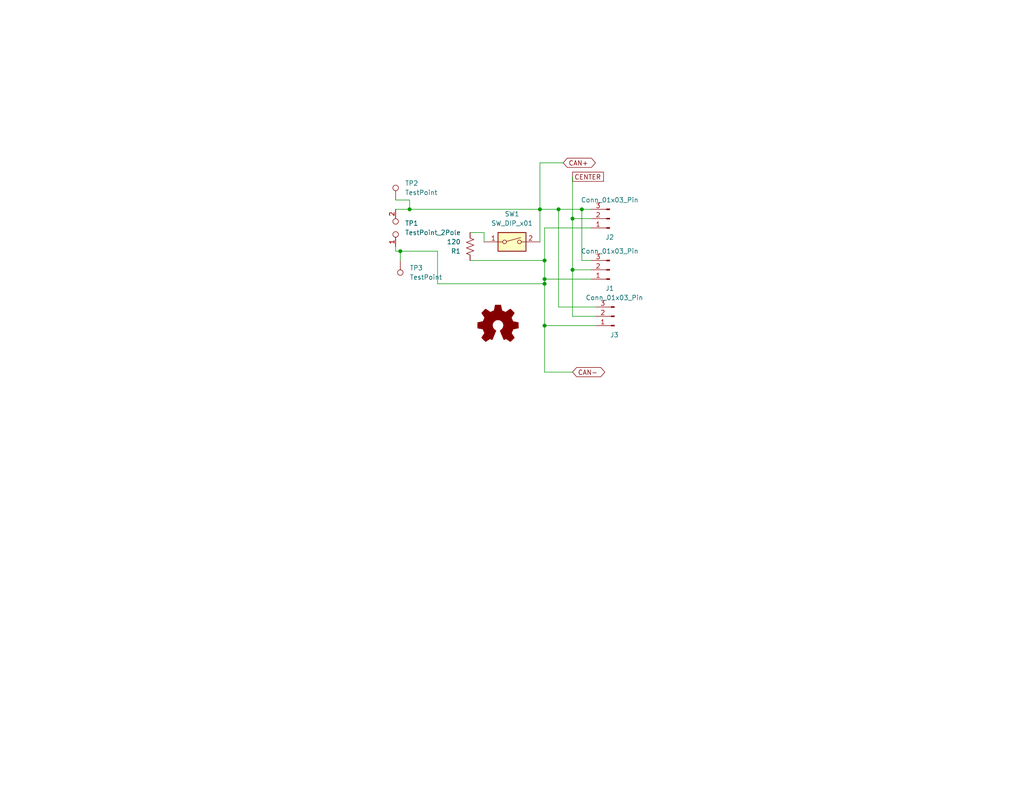
<source format=kicad_sch>
(kicad_sch (version 20231120) (generator "eeschema") (generator_version "8.0")
  (paper "USLetter")
  (title_block (title "CAN Terminator") (date "2024-11-27") (company "WM Industries"))
  (lib_symbols
    (symbol "Connector:Conn_01x03_Pin" (pin_names (offset 1.016) hide)
      (property "Reference" "J" (at 0 5.08 0))
      (property "Value" "Conn_01x03_Pin" (at 0 -5.08 0))
      (symbol "Conn_01x03_Pin_1_1"
        (polyline (pts (xy 1.27 -2.54) (xy 0.8636 -2.54)) (stroke (width 0.1524)))
        (polyline (pts (xy 1.27 0) (xy 0.8636 0)) (stroke (width 0.1524)))
        (polyline (pts (xy 1.27 2.54) (xy 0.8636 2.54)) (stroke (width 0.1524)))
        (rectangle (start 0.8636 -2.413) (end 0 -2.667) (stroke (width 0.1524)) (fill (type outline)))
        (rectangle (start 0.8636 0.127) (end 0 -0.127) (stroke (width 0.1524)) (fill (type outline)))
        (rectangle (start 0.8636 2.667) (end 0 2.413) (stroke (width 0.1524)) (fill (type outline)))
        (pin passive line (at 5.08 2.54 180) (length 3.81) (name "Pin_1") (number "1"))
        (pin passive line (at 5.08 0 180) (length 3.81) (name "Pin_2") (number "2"))
        (pin passive line (at 5.08 -2.54 180) (length 3.81) (name "Pin_3") (number "3"))
      )
    )
    (symbol "Connector:TestPoint" (pin_numbers hide) (pin_names (offset 0.762) hide)
      (property "Reference" "TP" (at 0 6.858 0))
      (property "Value" "TestPoint" (at 0 5.08 0))
      (symbol "TestPoint_0_1"
        (circle (center 0 3.302) (radius 0.762))
      )
      (symbol "TestPoint_1_1"
        (pin passive line (at 0 0 90) (length 2.54) (name "1") (number "1"))
      )
    )
    (symbol "Connector:TestPoint_2Pole" (pin_names (offset 0.762) hide)
      (property "Reference" "TP" (at 0 1.524 0))
      (property "Value" "TestPoint_2Pole" (at 0 -1.778 0))
      (symbol "TestPoint_2Pole_0_1"
        (circle (center -1.778 0) (radius 0.762))
        (circle (center 1.778 0) (radius 0.762))
        (pin passive line (at -5.08 0 0) (length 2.54) (name "1") (number "1"))
        (pin passive line (at 5.08 0 180) (length 2.54) (name "2") (number "2"))
      )
    )
    (symbol "Device:R_US" (pin_numbers hide) (pin_names (offset 0))
      (property "Reference" "R" (at 2.54 0 90))
      (property "Value" "R_US" (at -2.54 0 90))
      (symbol "R_US_0_1"
        (polyline (pts (xy 0 -2.286) (xy 0 -2.54)))
        (polyline (pts (xy 0 2.286) (xy 0 2.54)))
        (polyline (pts (xy 0 -0.762) (xy 1.016 -1.143) (xy 0 -1.524) (xy -1.016 -1.905) (xy 0 -2.286)))
        (polyline (pts (xy 0 0.762) (xy 1.016 0.381) (xy 0 0) (xy -1.016 -0.381) (xy 0 -0.762)))
        (polyline (pts (xy 0 2.286) (xy 1.016 1.905) (xy 0 1.524) (xy -1.016 1.143) (xy 0 0.762)))
      )
      (symbol "R_US_1_1"
        (pin passive line (at 0 3.81 270) (length 1.27) (name "~") (number "1"))
        (pin passive line (at 0 -3.81 90) (length 1.27) (name "~") (number "2"))
      )
    )
    (symbol "Graphic:Logo_Open_Hardware_Small" (in_bom no) (on_board no)
      (symbol "Logo_Open_Hardware_Small_0_1"
        (polyline (pts (xy 3.3528 -4.3434) (xy 3.302 -4.318) (xy 3.175 -4.2418) (xy 2.9972 -4.1148) (xy 2.7686 -3.9624) (xy 2.54 -3.81) (xy 2.3622 -3.7084) (xy 2.2352 -3.6068) (xy 2.1844 -3.5814) (xy 2.159 -3.6068) (xy 2.0574 -3.6576) (xy 1.905 -3.7338) (xy 1.8034 -3.7846) (xy 1.6764 -3.8354) (xy 1.6002 -3.8354) (xy 1.6002 -3.8354) (xy 1.5494 -3.7338) (xy 1.4732 -3.5306) (xy 1.3462 -3.302) (xy 1.2446 -3.0226) (xy 1.1176 -2.7178) (xy 0.9652 -2.413) (xy 0.8636 -2.1082) (xy 0.7366 -1.8288) (xy 0.6604 -1.6256) (xy 0.6096 -1.4732) (xy 0.5842 -1.397) (xy 0.5842 -1.397) (xy 0.6604 -1.3208) (xy 0.7874 -1.2446) (xy 1.0414 -1.016) (xy 1.2954 -0.6858) (xy 1.4478 -0.3302) (xy 1.524 0.0762) (xy 1.4732 0.4572) (xy 1.3208 0.8128) (xy 1.0668 1.143) (xy 0.762 1.3716) (xy 0.4064 1.524) (xy 0 1.5748) (xy -0.381 1.5494) (xy -0.7366 1.397) (xy -1.0668 1.143) (xy -1.2192 0.9906) (xy -1.397 0.6604) (xy -1.524 0.3048) (xy -1.524 0.2286) (xy -1.4986 -0.1778) (xy -1.397 -0.5334) (xy -1.1938 -0.8636) (xy -0.9144 -1.143) (xy -0.8636 -1.1684) (xy -0.7366 -1.27) (xy -0.635 -1.3462) (xy -0.5842 -1.397) (xy -1.0668 -2.5908) (xy -1.143 -2.794) (xy -1.2954 -3.1242) (xy -1.397 -3.4036) (xy -1.4986 -3.6322) (xy -1.5748 -3.7846) (xy -1.6002 -3.8354) (xy -1.6002 -3.8354) (xy -1.651 -3.8354) (xy -1.7272 -3.81) (xy -1.905 -3.7338) (xy -2.0066 -3.683) (xy -2.1336 -3.6068) (xy -2.2098 -3.5814) (xy -2.2606 -3.6068) (xy -2.3622 -3.683) (xy -2.54 -3.81) (xy -2.7686 -3.9624) (xy -2.9718 -4.0894) (xy -3.1496 -4.2164) (xy -3.302 -4.318) (xy -3.3528 -4.3434) (xy -3.3782 -4.3434) (xy -3.429 -4.318) (xy -3.5306 -4.2164) (xy -3.7084 -4.064) (xy -3.937 -3.8354) (xy -3.9624 -3.81) (xy -4.1656 -3.6068) (xy -4.318 -3.4544) (xy -4.4196 -3.3274) (xy -4.445 -3.2766) (xy -4.445 -3.2766) (xy -4.4196 -3.2258) (xy -4.318 -3.0734) (xy -4.2164 -2.8956) (xy -4.064 -2.667) (xy -3.6576 -2.0828) (xy -3.8862 -1.5494) (xy -3.937 -1.3716) (xy -4.0386 -1.1684) (xy -4.0894 -1.0414) (xy -4.1148 -0.9652) (xy -4.191 -0.9398) (xy -4.318 -0.9144) (xy -4.5466 -0.8636) (xy -4.8006 -0.8128) (xy -5.0546 -0.7874) (xy -5.2578 -0.7366) (xy -5.4356 -0.7112) (xy -5.5118 -0.6858) (xy -5.5118 -0.6858) (xy -5.5372 -0.635) (xy -5.5372 -0.5588) (xy -5.5372 -0.4318) (xy -5.5626 -0.2286) (xy -5.5626 0.0762) (xy -5.5626 0.127) (xy -5.5372 0.4064) (xy -5.5372 0.635) (xy -5.5372 0.762) (xy -5.5372 0.8382) (xy -5.5372 0.8382) (xy -5.461 0.8382) (xy -5.3086 0.889) (xy -5.08 0.9144) (xy -4.826 0.9652) (xy -4.8006 0.9906) (xy -4.5466 1.0414) (xy -4.318 1.0668) (xy -4.1656 1.1176) (xy -4.0894 1.143) (xy -4.0894 1.143) (xy -4.0386 1.2446) (xy -3.9624 1.4224) (xy -3.8608 1.6256) (xy -3.7846 1.8288) (xy -3.7084 2.0066) (xy -3.6576 2.159) (xy -3.6322 2.2098) (xy -3.6322 2.2098) (xy -3.683 2.286) (xy -3.7592 2.413) (xy -3.8862 2.5908) (xy -4.064 2.8194) (xy -4.064 2.8448) (xy -4.2164 3.0734) (xy -4.3434 3.2512) (xy -4.4196 3.3782) (xy -4.445 3.4544) (xy -4.445 3.4544) (xy -4.3942 3.5052) (xy -4.2926 3.6322) (xy -4.1148 3.81) (xy -3.937 4.0132) (xy -3.8608 4.064) (xy -3.6576 4.2926) (xy -3.5052 4.4196) (xy -3.4036 4.4958) (xy -3.3528 4.5212) (xy -3.3528 4.5212) (xy -3.302 4.4704) (xy -3.1496 4.3688) (xy -2.9718 4.2418) (xy -2.7432 4.0894) (xy -2.7178 4.0894) (xy -2.4892 3.937) (xy -2.3114 3.81) (xy -2.1844 3.7084) (xy -2.1336 3.683) (xy -2.1082 3.683) (xy -2.032 3.7084) (xy -1.8542 3.7592) (xy -1.6764 3.8354) (xy -1.4732 3.937) (xy -1.27 4.0132) (xy -1.143 4.064) (xy -1.0668 4.1148) (xy -1.0668 4.1148) (xy -1.0414 4.191) (xy -1.016 4.3434) (xy -0.9652 4.572) (xy -0.9144 4.8514) (xy -0.889 4.9022) (xy -0.8382 5.1562) (xy -0.8128 5.3848) (xy -0.7874 5.5372) (xy -0.762 5.588) (xy -0.7112 5.6134) (xy -0.5842 5.6134) (xy -0.4064 5.6134) (xy -0.1524 5.6134) (xy 0.0762 5.6134) (xy 0.3302 5.6134) (xy 0.5334 5.6134) (xy 0.6858 5.588) (xy 0.7366 5.588) (xy 0.7366 5.588) (xy 0.762 5.5118) (xy 0.8128 5.334) (xy 0.8382 5.1054) (xy 0.9144 4.826) (xy 0.9144 4.7752) (xy 0.9652 4.5212) (xy 1.016 4.2926) (xy 1.0414 4.1402) (xy 1.0668 4.0894) (xy 1.0668 4.0894) (xy 1.1938 4.0386) (xy 1.3716 3.9624) (xy 1.5748 3.8608) (xy 2.0828 3.6576) (xy 2.7178 4.0894) (xy 2.7686 4.1402) (xy 2.9972 4.2926) (xy 3.175 4.4196) (xy 3.302 4.4958) (xy 3.3782 4.5212) (xy 3.3782 4.5212) (xy 3.429 4.4704) (xy 3.556 4.3434) (xy 3.7338 4.191) (xy 3.9116 3.9878) (xy 4.064 3.8354) (xy 4.2418 3.6576) (xy 4.3434 3.556) (xy 4.4196 3.4798) (xy 4.4196 3.429) (xy 4.4196 3.4036) (xy 4.3942 3.3274) (xy 4.2926 3.2004) (xy 4.1656 2.9972) (xy 4.0132 2.794) (xy 3.8862 2.5908) (xy 3.7592 2.3876) (xy 3.6576 2.2352) (xy 3.6322 2.159) (xy 3.6322 2.1336) (xy 3.683 2.0066) (xy 3.7592 1.8288) (xy 3.8608 1.6002) (xy 4.064 1.1176) (xy 4.3942 1.0414) (xy 4.5974 1.016) (xy 4.8768 0.9652) (xy 5.1308 0.9144) (xy 5.5372 0.8382) (xy 5.5626 -0.6604) (xy 5.4864 -0.6858) (xy 5.4356 -0.6858) (xy 5.2832 -0.7366) (xy 5.0546 -0.762) (xy 4.8006 -0.8128) (xy 4.5974 -0.8636) (xy 4.3688 -0.9144) (xy 4.2164 -0.9398) (xy 4.1402 -0.9398) (xy 4.1148 -0.9652) (xy 4.064 -1.0668) (xy 3.9878 -1.2446) (xy 3.9116 -1.4478) (xy 3.81 -1.651) (xy 3.7338 -1.8542) (xy 3.683 -2.0066) (xy 3.6576 -2.0828) (xy 3.683 -2.1336) (xy 3.7846 -2.2606) (xy 3.8862 -2.4638) (xy 4.0386 -2.667) (xy 4.191 -2.8956) (xy 4.318 -3.0734) (xy 4.3942 -3.2004) (xy 4.445 -3.2766) (xy 4.4196 -3.3274) (xy 4.3434 -3.429) (xy 4.1656 -3.5814) (xy 3.937 -3.8354) (xy 3.8862 -3.8608) (xy 3.683 -4.064) (xy 3.5306 -4.2164) (xy 3.4036 -4.318) (xy 3.3528 -4.3434)) (fill (type outline)))
      )
    )
    (symbol "Switch:SW_DIP_x01" (pin_names (offset 0) hide)
      (property "Reference" "SW" (at 0 3.81 0))
      (property "Value" "SW_DIP_x01" (at 0 -3.81 0))
      (symbol "SW_DIP_x01_0_0"
        (circle (center -2.032 0) (radius 0.508))
        (polyline (pts (xy -1.524 0.127) (xy 2.3622 1.1684)))
        (circle (center 2.032 0) (radius 0.508))
      )
      (symbol "SW_DIP_x01_0_1"
        (rectangle (start -3.81 2.54) (end 3.81 -2.54) (stroke (width 0.254)) (fill (type background)))
      )
      (symbol "SW_DIP_x01_1_1"
        (pin passive line (at -7.62 0 0) (length 5.08) (name "~") (number "1"))
        (pin passive line (at 7.62 0 180) (length 5.08) (name "~") (number "2"))
      )
    )
  )
  (junction (at 109.22 68.58))
  (junction (at 156.21 73.66))
  (junction (at 152.4 57.15))
  (junction (at 111.76 57.15))
  (junction (at 147.32 57.15))
  (junction (at 156.21 59.69))
  (junction (at 148.59 71.12))
  (junction (at 148.59 76.2))
  (junction (at 148.59 77.47))
  (junction (at 158.75 57.15))
  (junction (at 148.59 88.9))
  (wire (pts (xy 152.4 83.82) (xy 162.56 83.82)))
  (wire (pts (xy 109.22 68.58) (xy 107.95 68.58)))
  (wire (pts (xy 152.4 83.82) (xy 152.4 57.15)))
  (wire (pts (xy 107.95 57.15) (xy 111.76 57.15)))
  (wire (pts (xy 161.29 62.23) (xy 148.59 62.23)))
  (wire (pts (xy 148.59 101.6) (xy 156.21 101.6)))
  (wire (pts (xy 148.59 62.23) (xy 148.59 71.12)))
  (wire (pts (xy 158.75 57.15) (xy 152.4 57.15)))
  (wire (pts (xy 109.22 68.58) (xy 109.22 71.12)))
  (wire (pts (xy 148.59 76.2) (xy 161.29 76.2)))
  (wire (pts (xy 148.59 76.2) (xy 148.59 77.47)))
  (wire (pts (xy 107.95 54.61) (xy 111.76 54.61)))
  (wire (pts (xy 111.76 54.61) (xy 111.76 57.15)))
  (wire (pts (xy 147.32 44.45) (xy 153.67 44.45)))
  (wire (pts (xy 148.59 71.12) (xy 128.27 71.12)))
  (wire (pts (xy 107.95 68.58) (xy 107.95 67.31)))
  (wire (pts (xy 111.76 57.15) (xy 147.32 57.15)))
  (wire (pts (xy 162.56 86.36) (xy 156.21 86.36)))
  (wire (pts (xy 156.21 59.69) (xy 156.21 73.66)))
  (wire (pts (xy 148.59 88.9) (xy 148.59 101.6)))
  (wire (pts (xy 148.59 88.9) (xy 162.56 88.9)))
  (wire (pts (xy 152.4 57.15) (xy 147.32 57.15)))
  (wire (pts (xy 158.75 57.15) (xy 161.29 57.15)))
  (wire (pts (xy 119.38 77.47) (xy 148.59 77.47)))
  (wire (pts (xy 161.29 59.69) (xy 156.21 59.69)))
  (wire (pts (xy 132.08 63.5) (xy 128.27 63.5)))
  (wire (pts (xy 148.59 71.12) (xy 148.59 76.2)))
  (wire (pts (xy 156.21 48.26) (xy 156.21 59.69)))
  (wire (pts (xy 147.32 44.45) (xy 147.32 57.15)))
  (wire (pts (xy 156.21 73.66) (xy 161.29 73.66)))
  (wire (pts (xy 119.38 68.58) (xy 109.22 68.58)))
  (wire (pts (xy 132.08 66.04) (xy 132.08 63.5)))
  (wire (pts (xy 119.38 68.58) (xy 119.38 77.47)))
  (wire (pts (xy 158.75 71.12) (xy 158.75 57.15)))
  (wire (pts (xy 147.32 57.15) (xy 147.32 66.04)))
  (wire (pts (xy 158.75 71.12) (xy 161.29 71.12)))
  (wire (pts (xy 156.21 86.36) (xy 156.21 73.66)))
  (wire (pts (xy 148.59 77.47) (xy 148.59 88.9)))
  (global_label "CAN-" (shape bidirectional) (at 156.21 101.6 0) (property "Intersheetrefs" "${INTERSHEET_REFS}" (effects (hide yes))))
  (global_label "CENTER" (shape passive) (at 156.21 48.26 0) (property "Intersheetrefs" "${INTERSHEET_REFS}" (effects (hide yes))))
  (global_label "CAN+" (shape bidirectional) (at 153.67 44.45 0) (property "Intersheetrefs" "${INTERSHEET_REFS}" (effects (hide yes))))
  (symbol (lib_id "Connector:TestPoint") (at 107.95 54.61 0) (unit 1)
    (property "Reference" "TP2" (at 110.49 50.0379 0) (effects (justify left)))
    (property "Value" "TestPoint" (at 110.49 52.5779 0) (effects (justify left)))
    (property "Footprint" "TestPoint:TestPoint_Pad_D2.5mm" (effects (hide yes)))
    (property "Description" "test point" (effects (hide yes)))
  )
  (symbol (lib_id "Connector:Conn_01x03_Pin") (at 167.64 86.36 180) (unit 1)
    (property "Reference" "J3" (at 167.64 91.44 0))
    (property "Value" "Conn_01x03_Pin" (at 167.64 81.28 0))
    (property "Footprint" "Connector_Molex:Molex_SL_171971-0003_1x03_P2.54mm_Vertical" (effects (hide yes)))
    (property "Description" "Generic connector, single row, 01x03, script generated" (effects (hide yes)))
  )
  (symbol (lib_id "Device:R_US") (at 128.27 67.31 180) (unit 1)
    (property "Reference" "R1" (at 125.73 68.5801 0) (effects (justify left)))
    (property "Value" "120" (at 125.73 66.0401 0) (effects (justify left)))
    (property "Footprint" "Resistor_SMD:R_0805_2012Metric" (effects (hide yes)))
    (property "Description" "Resistor, US symbol" (effects (hide yes)))
  )
  (symbol (lib_id "Connector:Conn_01x03_Pin") (at 166.37 73.66 180) (unit 1)
    (property "Reference" "J1" (at 166.37 78.74 0))
    (property "Value" "Conn_01x03_Pin" (at 166.37 68.58 0))
    (property "Footprint" "Connector_Molex:Molex_SL_171971-0003_1x03_P2.54mm_Vertical" (effects (hide yes)))
    (property "Description" "Generic connector, single row, 01x03, script generated" (effects (hide yes)))
  )
  (symbol (lib_id "Connector:TestPoint") (at 109.22 71.12 180) (unit 1)
    (property "Reference" "TP3" (at 111.76 73.1519 0) (effects (justify right)))
    (property "Value" "TestPoint" (at 111.76 75.6919 0) (effects (justify right)))
    (property "Footprint" "TestPoint:TestPoint_Pad_D2.5mm" (effects (hide yes)))
    (property "Description" "test point" (effects (hide yes)))
  )
  (symbol (lib_id "Graphic:Logo_Open_Hardware_Small") (at 135.89 88.9 0) (unit 1) (in_bom no) (on_board no)
    (property "Reference" "#SYM1" (effects (hide yes)))
    (property "Value" "Logo_Open_Hardware_Small" (effects (hide yes)))
    (property "Description" "Open Hardware logo, small" (effects (hide yes)))
    (property "Sim.Enable" "0" (effects (hide yes)))
  )
  (symbol (lib_id "Switch:SW_DIP_x01") (at 139.7 66.04 0) (unit 1)
    (property "Reference" "SW1" (at 139.7 58.42 0))
    (property "Value" "SW_DIP_x01" (at 139.7 60.96 0))
    (property "Footprint" "Library:SW_DS04-254-2-01BK-SMT" (effects (hide yes)))
    (property "Description" "1x DIP Switch, Single Pole Single Throw (SPST) switch, small symbol" (effects (hide yes)))
  )
  (symbol (lib_id "Connector:Conn_01x03_Pin") (at 166.37 59.69 180) (unit 1)
    (property "Reference" "J2" (at 166.37 64.77 0))
    (property "Value" "Conn_01x03_Pin" (at 166.37 54.61 0))
    (property "Footprint" "Connector_Molex:Molex_SL_171971-0003_1x03_P2.54mm_Vertical" (effects (hide yes)))
    (property "Description" "Generic connector, single row, 01x03, script generated" (effects (hide yes)))
  )
  (symbol (lib_id "Connector:TestPoint_2Pole") (at 107.95 62.23 90) (unit 1)
    (property "Reference" "TP1" (at 110.49 60.9599 90) (effects (justify right)))
    (property "Value" "TestPoint_2Pole" (at 110.49 63.4999 90) (effects (justify right)))
    (property "Footprint" "TestPoint:TestPoint_2Pads_Pitch2.54mm_Drill0.8mm" (effects (hide yes)))
    (property "Description" "2-polar test point" (effects (hide yes)))
  )
)
</source>
